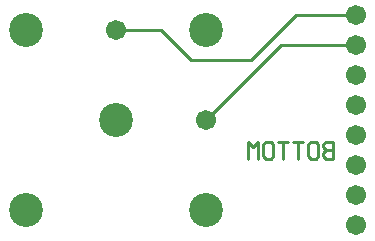
<source format=gbl>
%MOIN*%
%FSLAX25Y25*%
G04 D10 used for Character Trace; *
G04     Circle (OD=.01000) (No hole)*
G04 D11 used for Power Trace; *
G04     Circle (OD=.06700) (No hole)*
G04 D12 used for Signal Trace; *
G04     Circle (OD=.01100) (No hole)*
G04 D13 used for Via; *
G04     Circle (OD=.05800) (Round. Hole ID=.02800)*
G04 D14 used for Component hole; *
G04     Circle (OD=.06500) (Round. Hole ID=.03500)*
G04 D15 used for Component hole; *
G04     Circle (OD=.06700) (Round. Hole ID=.04300)*
G04 D16 used for Component hole; *
G04     Circle (OD=.08100) (Round. Hole ID=.05100)*
G04 D17 used for Component hole; *
G04     Circle (OD=.08900) (Round. Hole ID=.05900)*
G04 D18 used for Component hole; *
G04     Circle (OD=.11300) (Round. Hole ID=.08300)*
G04 D19 used for Component hole; *
G04     Circle (OD=.16000) (Round. Hole ID=.13000)*
G04 D20 used for Component hole; *
G04     Circle (OD=.18300) (Round. Hole ID=.15300)*
G04 D21 used for Component hole; *
G04     Circle (OD=.22291) (Round. Hole ID=.19291)*
%ADD10C,.01000*%
%ADD11C,.06700*%
%ADD12C,.01100*%
%ADD13C,.05800*%
%ADD14C,.06500*%
%ADD15C,.06700*%
%ADD16C,.08100*%
%ADD17C,.08900*%
%ADD18C,.11300*%
%ADD19C,.16000*%
%ADD20C,.18300*%
%ADD21C,.22291*%
%IPPOS*%
%LPD*%
G90*X0Y0D02*D18*X10000Y15000D03*X40000Y45000D03*  
D12*X65000Y65000D02*X85000D01*X100000Y80000D01*   
X120000D01*D15*D03*Y70000D03*D12*X95000D01*       
X70000Y45000D01*D15*D03*D10*X112511Y32129D02*     
Y37871D01*X110000D01*X109163Y36914D01*Y35957D01*  
X110000Y35000D01*X109163Y34043D01*Y33086D01*      
X110000Y32129D01*X112511D01*Y35000D02*X110000D01* 
X104163Y33086D02*X105000Y32129D01*X106674D01*     
X107511Y33086D01*Y36914D01*X106674Y37871D01*      
X105000D01*X104163Y36914D01*Y33086D01*            
X100837Y32129D02*Y37871D01*X102511D02*X99163D01*  
X95837Y32129D02*Y37871D01*X97511D02*X94163D01*    
X89163Y33086D02*X90000Y32129D01*X91674D01*        
X92511Y33086D01*Y36914D01*X91674Y37871D01*        
X90000D01*X89163Y36914D01*Y33086D01*              
X87511Y32129D02*Y37871D01*X85837Y35957D01*        
X84163Y37871D01*Y32129D01*D12*X65000Y65000D02*    
X55000Y75000D01*X40000D01*D15*D03*D18*X70000D03*  
X10000D03*X70000Y15000D03*D15*X120000Y10000D03*   
Y20000D03*Y30000D03*Y40000D03*Y50000D03*Y60000D03*
M02*                                              

</source>
